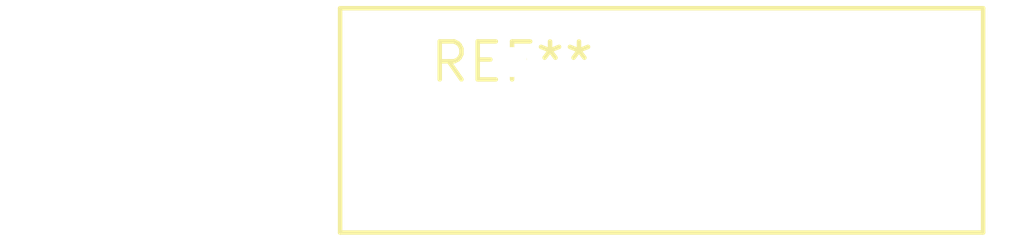
<source format=kicad_pcb>
(kicad_pcb (version 20240108) (generator pcbnew)
  (layers (0 "F.Cu" signal) (31 "B.Cu" signal) (34 "B.Paste" user) (35 "F.Paste" user) (36 "B.SilkS" user "B.Silkscreen") (37 "F.SilkS" user "F.Silkscreen") (38 "B.Mask" user) (39 "F.Mask" user) (44 "Edge.Cuts" user))
  (net 0 "")
  (footprint "RV_Disc_D21.5mm_W7.5mm_P10mm" (layer "F.Cu") (at 0 0)
    (property "Reference" "REF**")
    (property "Value" "RV_Disc_D21.5mm_W7.5mm_P10mm")
    (fp_line (start -5.75 -1.8) (end -5.75 5.7) (layer "F.SilkS") (stroke (width 0.15)))
    (fp_line (start -5.75 -1.8) (end 15.75 -1.8) (layer "F.SilkS") (stroke (width 0.15)))
    (fp_line (start -5.75 5.7) (end 15.75 5.7) (layer "F.SilkS") (stroke (width 0.15)))
    (fp_line (start 15.75 -1.8) (end 15.75 5.7) (layer "F.SilkS") (stroke (width 0.15)))
    (pad "1" thru_hole circle (at 0 0) (size 2 2) (drill 1) (layers *.Cu *.Mask) (remove_unused_layers))
    (pad "2" thru_hole circle (at 10 3.9) (size 2 2) (drill 1) (layers *.Cu *.Mask) (remove_unused_layers))
  )
)
</source>
